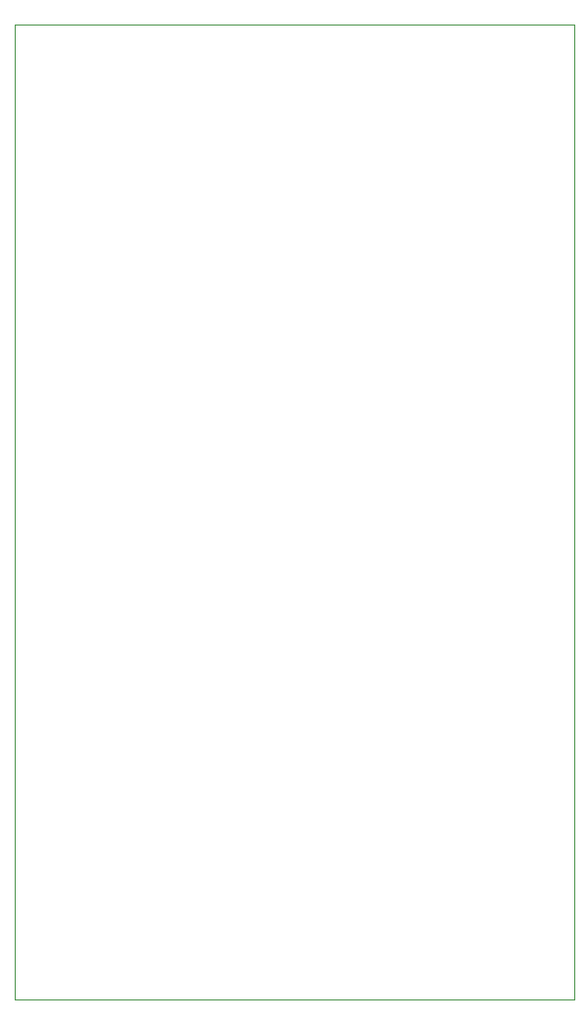
<source format=gbr>
%TF.GenerationSoftware,KiCad,Pcbnew,8.0.3*%
%TF.CreationDate,2024-09-30T00:23:01-04:00*%
%TF.ProjectId,mcu-board,6d63752d-626f-4617-9264-2e6b69636164,rev?*%
%TF.SameCoordinates,Original*%
%TF.FileFunction,Profile,NP*%
%FSLAX46Y46*%
G04 Gerber Fmt 4.6, Leading zero omitted, Abs format (unit mm)*
G04 Created by KiCad (PCBNEW 8.0.3) date 2024-09-30 00:23:01*
%MOMM*%
%LPD*%
G01*
G04 APERTURE LIST*
%TA.AperFunction,Profile*%
%ADD10C,0.050000*%
%TD*%
G04 APERTURE END LIST*
D10*
X140970000Y-30940000D02*
X189230000Y-30940000D01*
X189230000Y-114995000D01*
X140970000Y-114995000D01*
X140970000Y-30940000D01*
M02*

</source>
